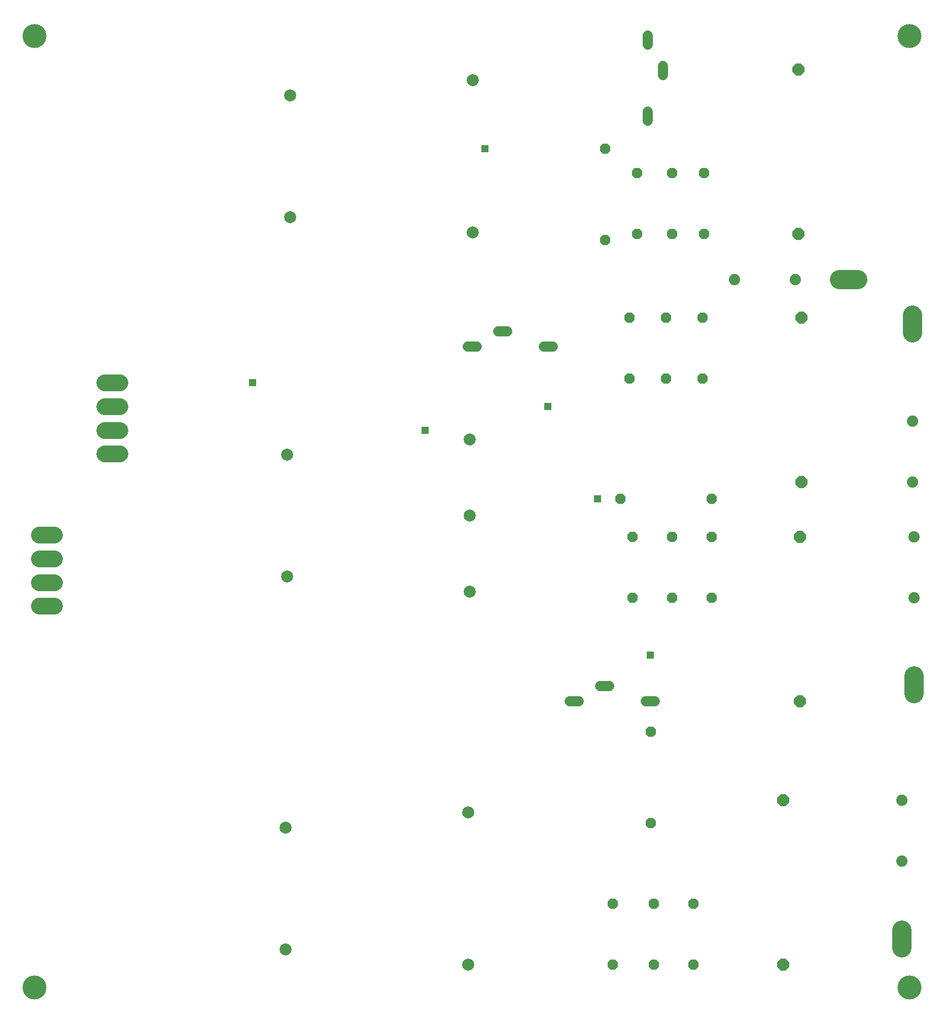
<source format=gbs>
G75*
%MOIN*%
%OFA0B0*%
%FSLAX25Y25*%
%IPPOS*%
%LPD*%
%AMOC8*
5,1,8,0,0,1.08239X$1,22.5*
%
%ADD10C,0.15750*%
%ADD11C,0.07887*%
%ADD12C,0.12650*%
%ADD13OC8,0.06800*%
%ADD14C,0.06800*%
%ADD15OC8,0.07850*%
%ADD16C,0.07400*%
%ADD17C,0.10839*%
%ADD18R,0.04762X0.04762*%
D10*
X0026800Y0026800D03*
X0601800Y0026800D03*
X0601800Y0651800D03*
X0026800Y0651800D03*
D11*
X0194800Y0612800D03*
X0194800Y0532800D03*
X0314800Y0522800D03*
X0314800Y0622800D03*
X0312800Y0386800D03*
X0312800Y0336800D03*
X0312800Y0286800D03*
X0192800Y0296800D03*
X0192800Y0376800D03*
X0311800Y0141800D03*
X0311800Y0041800D03*
X0191800Y0051800D03*
X0191800Y0131800D03*
D12*
X0555875Y0491800D02*
X0567725Y0491800D01*
X0603800Y0468725D02*
X0603800Y0456875D01*
X0604800Y0231725D02*
X0604800Y0219875D01*
X0596800Y0064725D02*
X0596800Y0052875D01*
D13*
X0459800Y0041800D03*
X0433800Y0041800D03*
X0406800Y0041800D03*
X0406800Y0081800D03*
X0433800Y0081800D03*
X0459800Y0081800D03*
X0431800Y0134800D03*
X0431800Y0194800D03*
X0419800Y0282800D03*
X0445800Y0282800D03*
X0471800Y0282800D03*
X0471800Y0322800D03*
X0471800Y0347800D03*
X0445800Y0322800D03*
X0419800Y0322800D03*
X0411800Y0347800D03*
X0417800Y0426800D03*
X0441800Y0426800D03*
X0465800Y0426800D03*
X0465800Y0466800D03*
X0441800Y0466800D03*
X0417800Y0466800D03*
X0401800Y0517800D03*
X0422800Y0521800D03*
X0445800Y0521800D03*
X0466800Y0521800D03*
X0466800Y0561800D03*
X0445800Y0561800D03*
X0422800Y0561800D03*
X0401800Y0577800D03*
D14*
X0429800Y0596300D02*
X0429800Y0602300D01*
X0439800Y0626300D02*
X0439800Y0632300D01*
X0429800Y0646300D02*
X0429800Y0652300D01*
X0337300Y0457800D02*
X0331300Y0457800D01*
X0317300Y0447800D02*
X0311300Y0447800D01*
X0361300Y0447800D02*
X0367300Y0447800D01*
X0398300Y0224800D02*
X0404300Y0224800D01*
X0384300Y0214800D02*
X0378300Y0214800D01*
X0428300Y0214800D02*
X0434300Y0214800D01*
D15*
X0518800Y0149800D03*
X0529800Y0214800D03*
X0529800Y0322800D03*
X0530800Y0358800D03*
X0530800Y0466800D03*
X0528800Y0521800D03*
X0528800Y0629800D03*
X0518800Y0041800D03*
D16*
X0596800Y0109800D03*
X0596800Y0149800D03*
X0604800Y0282800D03*
X0604800Y0322800D03*
X0603800Y0358800D03*
X0603800Y0398800D03*
X0526800Y0491800D03*
X0486800Y0491800D03*
D17*
X0082820Y0424186D02*
X0072780Y0424186D01*
X0072780Y0408595D02*
X0082820Y0408595D01*
X0082820Y0393005D02*
X0072780Y0393005D01*
X0072780Y0377414D02*
X0082820Y0377414D01*
X0039820Y0324186D02*
X0029780Y0324186D01*
X0029780Y0308595D02*
X0039820Y0308595D01*
X0039820Y0293005D02*
X0029780Y0293005D01*
X0029780Y0277414D02*
X0039820Y0277414D01*
D18*
X0170186Y0424186D03*
X0283595Y0393005D03*
X0364095Y0408595D03*
X0363800Y0447300D03*
X0396800Y0347800D03*
X0431300Y0245300D03*
X0322800Y0577800D03*
M02*

</source>
